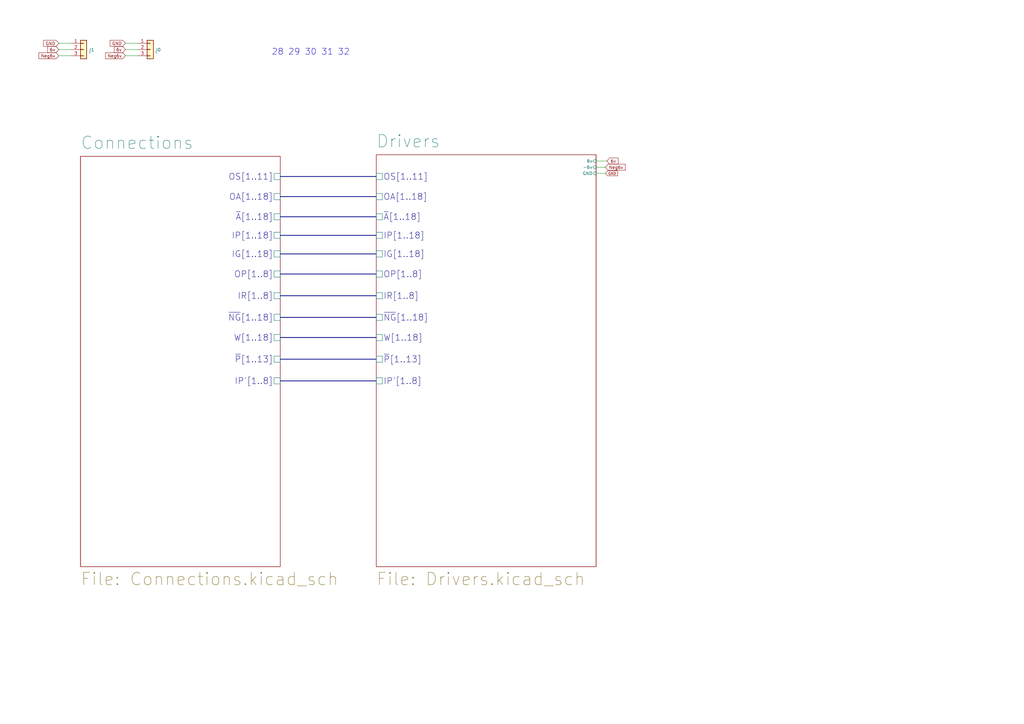
<source format=kicad_sch>
(kicad_sch (version 20211123) (generator eeschema)

  (uuid d7120769-8dfd-44ee-9a8d-d17ebf644b76)

  (paper "A3")

  (title_block
    (title "Backplane 3")
  )

  (lib_symbols
    (symbol "Connector_Generic:Conn_01x03" (pin_names (offset 1.016) hide) (in_bom yes) (on_board yes)
      (property "Reference" "J" (id 0) (at 0 5.08 0)
        (effects (font (size 1.27 1.27)))
      )
      (property "Value" "Conn_01x03" (id 1) (at 0 -5.08 0)
        (effects (font (size 1.27 1.27)))
      )
      (property "Footprint" "" (id 2) (at 0 0 0)
        (effects (font (size 1.27 1.27)) hide)
      )
      (property "Datasheet" "~" (id 3) (at 0 0 0)
        (effects (font (size 1.27 1.27)) hide)
      )
      (property "ki_keywords" "connector" (id 4) (at 0 0 0)
        (effects (font (size 1.27 1.27)) hide)
      )
      (property "ki_description" "Generic connector, single row, 01x03, script generated (kicad-library-utils/schlib/autogen/connector/)" (id 5) (at 0 0 0)
        (effects (font (size 1.27 1.27)) hide)
      )
      (property "ki_fp_filters" "Connector*:*_1x??_*" (id 6) (at 0 0 0)
        (effects (font (size 1.27 1.27)) hide)
      )
      (symbol "Conn_01x03_1_1"
        (rectangle (start -1.27 -2.413) (end 0 -2.667)
          (stroke (width 0.1524) (type default) (color 0 0 0 0))
          (fill (type none))
        )
        (rectangle (start -1.27 0.127) (end 0 -0.127)
          (stroke (width 0.1524) (type default) (color 0 0 0 0))
          (fill (type none))
        )
        (rectangle (start -1.27 2.667) (end 0 2.413)
          (stroke (width 0.1524) (type default) (color 0 0 0 0))
          (fill (type none))
        )
        (rectangle (start -1.27 3.81) (end 1.27 -3.81)
          (stroke (width 0.254) (type default) (color 0 0 0 0))
          (fill (type background))
        )
        (pin passive line (at -5.08 2.54 0) (length 3.81)
          (name "Pin_1" (effects (font (size 1.27 1.27))))
          (number "1" (effects (font (size 1.27 1.27))))
        )
        (pin passive line (at -5.08 0 0) (length 3.81)
          (name "Pin_2" (effects (font (size 1.27 1.27))))
          (number "2" (effects (font (size 1.27 1.27))))
        )
        (pin passive line (at -5.08 -2.54 0) (length 3.81)
          (name "Pin_3" (effects (font (size 1.27 1.27))))
          (number "3" (effects (font (size 1.27 1.27))))
        )
      )
    )
  )


  (bus (pts (xy 154.305 147.32) (xy 114.935 147.32))
    (stroke (width 0) (type default) (color 0 0 0 0))
    (uuid 103bb946-81a4-4a47-93d2-708eec9e5b2f)
  )
  (bus (pts (xy 154.305 96.52) (xy 114.935 96.52))
    (stroke (width 0) (type default) (color 0 0 0 0))
    (uuid 308d1cc6-c4ca-4258-a6f8-038f77d4b74f)
  )
  (bus (pts (xy 154.305 112.395) (xy 114.935 112.395))
    (stroke (width 0) (type default) (color 0 0 0 0))
    (uuid 3c2c7198-bd14-4613-baea-97cfb27128a8)
  )

  (wire (pts (xy 24.13 22.86) (xy 29.21 22.86))
    (stroke (width 0) (type default) (color 0 0 0 0))
    (uuid 3d99c2fa-aab1-48e9-9899-c3cceda14f42)
  )
  (bus (pts (xy 154.305 72.39) (xy 114.935 72.39))
    (stroke (width 0) (type default) (color 0 0 0 0))
    (uuid 445a8576-4d13-436f-95ca-82fa24498af3)
  )
  (bus (pts (xy 154.305 156.21) (xy 114.935 156.21))
    (stroke (width 0) (type default) (color 0 0 0 0))
    (uuid 53cd5020-ace3-458f-b7c1-4ce4bd9330d0)
  )

  (wire (pts (xy 29.21 20.32) (xy 24.13 20.32))
    (stroke (width 0) (type default) (color 0 0 0 0))
    (uuid 6a6e3d3a-eab4-4c8e-81a1-88033ed6ea85)
  )
  (wire (pts (xy 244.475 68.58) (xy 248.285 68.58))
    (stroke (width 0) (type default) (color 0 0 0 0))
    (uuid 6bee3e40-a5ab-4482-8687-b35165841e4c)
  )
  (wire (pts (xy 56.515 20.32) (xy 51.435 20.32))
    (stroke (width 0) (type default) (color 0 0 0 0))
    (uuid 78eeb99c-934b-4daf-bde2-12d1f2be8588)
  )
  (bus (pts (xy 154.305 88.9) (xy 114.935 88.9))
    (stroke (width 0) (type default) (color 0 0 0 0))
    (uuid 7f409300-c7f2-48a4-ac3e-94ca30b3774e)
  )

  (wire (pts (xy 51.435 22.86) (xy 56.515 22.86))
    (stroke (width 0) (type default) (color 0 0 0 0))
    (uuid 85f58a75-159a-4c1e-a454-c58ea4732d57)
  )
  (bus (pts (xy 154.305 80.645) (xy 114.935 80.645))
    (stroke (width 0) (type default) (color 0 0 0 0))
    (uuid 8c28b7a0-f249-4c2f-acb8-19702f0038be)
  )

  (wire (pts (xy 51.435 17.78) (xy 56.515 17.78))
    (stroke (width 0) (type default) (color 0 0 0 0))
    (uuid 9742fd89-d59e-453a-9e47-194123f1df1a)
  )
  (wire (pts (xy 244.475 66.04) (xy 248.92 66.04))
    (stroke (width 0) (type default) (color 0 0 0 0))
    (uuid ae1622fb-568f-4567-8d3c-953df4f1dfa0)
  )
  (wire (pts (xy 248.285 71.12) (xy 244.475 71.12))
    (stroke (width 0) (type default) (color 0 0 0 0))
    (uuid ae7017cd-40d6-447f-81d8-30de935dd942)
  )
  (bus (pts (xy 114.935 121.285) (xy 154.305 121.285))
    (stroke (width 0) (type default) (color 0 0 0 0))
    (uuid ba436c19-92d7-485c-ba01-6c69bab2df08)
  )
  (bus (pts (xy 154.305 130.175) (xy 114.935 130.175))
    (stroke (width 0) (type default) (color 0 0 0 0))
    (uuid da0ceffd-c589-486f-ad22-114791cf315c)
  )

  (wire (pts (xy 24.13 17.78) (xy 29.21 17.78))
    (stroke (width 0) (type default) (color 0 0 0 0))
    (uuid de137b64-1b02-461e-a10c-fcd91042b4fb)
  )
  (bus (pts (xy 114.935 138.43) (xy 154.305 138.43))
    (stroke (width 0) (type default) (color 0 0 0 0))
    (uuid f08ac982-2d6e-463b-92cf-f1195cba2729)
  )
  (bus (pts (xy 114.935 104.14) (xy 154.305 104.14))
    (stroke (width 0) (type default) (color 0 0 0 0))
    (uuid f4acb28b-b0ff-4dab-a9f8-ee452c072307)
  )

  (text "28 29 30 31 32" (at 143.51 22.86 180)
    (effects (font (size 2.54 2.54)) (justify right bottom))
    (uuid 4faa6a45-c693-44e3-a38e-64c39c2b1214)
  )

  (global_label "6v" (shape input) (at 248.92 66.04 0) (fields_autoplaced)
    (effects (font (size 1.27 1.27)) (justify left))
    (uuid 0fda8b80-1132-404d-b056-9da52512195c)
    (property "Intersheet References" "${INTERSHEET_REFS}" (id 0) (at 300.355 86.36 0)
      (effects (font (size 1.27 1.27)) hide)
    )
  )
  (global_label "GND" (shape input) (at 51.435 17.78 180) (fields_autoplaced)
    (effects (font (size 1.27 1.27)) (justify right))
    (uuid 25e97d76-9983-4520-bb9c-910fd440c2ef)
    (property "Intersheet References" "${INTERSHEET_REFS}" (id 0) (at 0 0 0)
      (effects (font (size 1.27 1.27)) hide)
    )
  )
  (global_label "6v" (shape input) (at 51.435 20.32 180) (fields_autoplaced)
    (effects (font (size 1.27 1.27)) (justify right))
    (uuid 3710e0a4-0171-4502-831a-76dbb7f31ef2)
    (property "Intersheet References" "${INTERSHEET_REFS}" (id 0) (at 0 0 0)
      (effects (font (size 1.27 1.27)) hide)
    )
  )
  (global_label "Neg6v" (shape input) (at 24.13 22.86 180) (fields_autoplaced)
    (effects (font (size 1.27 1.27)) (justify right))
    (uuid 440ceef2-f413-4335-b3b6-4db6375e19b2)
    (property "Intersheet References" "${INTERSHEET_REFS}" (id 0) (at 0 0 0)
      (effects (font (size 1.27 1.27)) hide)
    )
  )
  (global_label "GND" (shape input) (at 248.285 71.12 0) (fields_autoplaced)
    (effects (font (size 1.016 1.016)) (justify left))
    (uuid b530680b-2b36-412e-abf5-8b91b3671594)
    (property "Intersheet References" "${INTERSHEET_REFS}" (id 0) (at 0 0 0)
      (effects (font (size 1.27 1.27)) hide)
    )
  )
  (global_label "6v" (shape input) (at 24.13 20.32 180) (fields_autoplaced)
    (effects (font (size 1.27 1.27)) (justify right))
    (uuid cedb9837-91c2-4911-9f17-310886675964)
    (property "Intersheet References" "${INTERSHEET_REFS}" (id 0) (at 0 0 0)
      (effects (font (size 1.27 1.27)) hide)
    )
  )
  (global_label "Neg6v" (shape input) (at 248.285 68.58 0) (fields_autoplaced)
    (effects (font (size 1.27 1.27)) (justify left))
    (uuid dd631c75-c251-4342-800b-deb54ff6b0da)
    (property "Intersheet References" "${INTERSHEET_REFS}" (id 0) (at 299.72 91.44 0)
      (effects (font (size 1.27 1.27)) hide)
    )
  )
  (global_label "Neg6v" (shape input) (at 51.435 22.86 180) (fields_autoplaced)
    (effects (font (size 1.27 1.27)) (justify right))
    (uuid f4d3e6a5-8c91-47e5-b7cf-a912d2b7074c)
    (property "Intersheet References" "${INTERSHEET_REFS}" (id 0) (at 0 0 0)
      (effects (font (size 1.27 1.27)) hide)
    )
  )
  (global_label "GND" (shape input) (at 24.13 17.78 180) (fields_autoplaced)
    (effects (font (size 1.27 1.27)) (justify right))
    (uuid fc2aea18-3606-48b6-b7ab-e8face86d94f)
    (property "Intersheet References" "${INTERSHEET_REFS}" (id 0) (at 0 0 0)
      (effects (font (size 1.27 1.27)) hide)
    )
  )

  (symbol (lib_id "Connector_Generic:Conn_01x03") (at 61.595 20.32 0) (unit 1)
    (in_bom yes) (on_board yes)
    (uuid 00000000-0000-0000-0000-00005cd562cd)
    (property "Reference" "J0" (id 0) (at 63.6016 20.4216 0)
      (effects (font (size 1.27 1.27)) (justify left))
    )
    (property "Value" "~" (id 1) (at 63.627 21.5646 0)
      (effects (font (size 1.27 1.27)) (justify left))
    )
    (property "Footprint" "ELLIOTT:TerminalBlock_5.08_1x03" (id 2) (at 61.595 20.32 0)
      (effects (font (size 1.27 1.27)) hide)
    )
    (property "Datasheet" "~" (id 3) (at 61.595 20.32 0)
      (effects (font (size 1.27 1.27)) hide)
    )
    (pin "1" (uuid 7f61fc7f-7802-4dcb-9e57-42d0356b2385))
    (pin "2" (uuid 890d92d5-7d93-46c6-a477-af3926db45f8))
    (pin "3" (uuid 9a6b267a-9996-47a3-bd50-a8b33bc654f4))
  )

  (symbol (lib_id "Connector_Generic:Conn_01x03") (at 34.29 20.32 0) (unit 1)
    (in_bom yes) (on_board yes)
    (uuid 00000000-0000-0000-0000-00005d97722a)
    (property "Reference" "J1" (id 0) (at 36.2966 20.4216 0)
      (effects (font (size 1.27 1.27)) (justify left))
    )
    (property "Value" "~" (id 1) (at 36.322 21.5646 0)
      (effects (font (size 1.27 1.27)) (justify left))
    )
    (property "Footprint" "ELLIOTT:TerminalBlock_5.08_1x03" (id 2) (at 34.29 20.32 0)
      (effects (font (size 1.27 1.27)) hide)
    )
    (property "Datasheet" "~" (id 3) (at 34.29 20.32 0)
      (effects (font (size 1.27 1.27)) hide)
    )
    (pin "1" (uuid 09d7efac-79f7-4c36-a2c3-ab1836557071))
    (pin "2" (uuid 3aad74f8-7930-4367-9093-8dd8d1135297))
    (pin "3" (uuid 06fd58de-e5f8-4942-992b-05f1931879c4))
  )

  (sheet (at 33.02 64.135) (size 81.915 168.275) (fields_autoplaced)
    (stroke (width 0) (type solid) (color 0 0 0 0))
    (fill (color 0 0 0 0.0000))
    (uuid 00000000-0000-0000-0000-00005f16162d)
    (property "Sheet name" "Connections" (id 0) (at 33.02 61.5184 0)
      (effects (font (size 5.08 5.08)) (justify left bottom))
    )
    (property "Sheet file" "Connections.kicad_sch" (id 1) (at 33.02 234.5186 0)
      (effects (font (size 5.08 5.08)) (justify left top))
    )
    (pin "OA[1..18]" passive (at 114.935 80.645 0)
      (effects (font (size 2.54 2.54)) (justify right))
      (uuid 4d9024b5-ad8f-40aa-99a4-e28c167cbfb1)
    )
    (pin "~{A}[1..18]" passive (at 114.935 88.9 0)
      (effects (font (size 2.54 2.54)) (justify right))
      (uuid 8a3583f5-ff7e-4057-93bc-7678d852d903)
    )
    (pin "OS[1..11]" passive (at 114.935 72.39 0)
      (effects (font (size 2.54 2.54)) (justify right))
      (uuid c60d5832-522d-44eb-b254-725de445d3b0)
    )
    (pin "IP[1..18]" passive (at 114.935 96.52 0)
      (effects (font (size 2.54 2.54)) (justify right))
      (uuid 0fc70716-8a62-4053-af5a-e5432e9f14c6)
    )
    (pin "IG[1..18]" passive (at 114.935 104.14 0)
      (effects (font (size 2.54 2.54)) (justify right))
      (uuid 57424829-d155-4d29-8213-f8e54a358367)
    )
    (pin "IR[1..8]" passive (at 114.935 121.285 0)
      (effects (font (size 2.54 2.54)) (justify right))
      (uuid 14919b4f-4c70-435e-8f27-2ad405c5572b)
    )
    (pin "OP[1..8]" passive (at 114.935 112.395 0)
      (effects (font (size 2.54 2.54)) (justify right))
      (uuid e60bcee3-f56d-4eb5-b183-4c7cc0361e8b)
    )
    (pin "~{NG}[1..18]" passive (at 114.935 130.175 0)
      (effects (font (size 2.54 2.54)) (justify right))
      (uuid 0a9e8c4c-5852-4df6-8706-794ebd2e8099)
    )
    (pin "W[1..18]" passive (at 114.935 138.43 0)
      (effects (font (size 2.54 2.54)) (justify right))
      (uuid 4cfa6b0c-83ba-4379-b4ae-2ea7de10635f)
    )
    (pin "IP'[1..8]" passive (at 114.935 156.21 0)
      (effects (font (size 2.54 2.54)) (justify right))
      (uuid c1cae238-3d55-4e40-90fe-3c50949f55bd)
    )
    (pin "~{P}[1..13]" passive (at 114.935 147.32 0)
      (effects (font (size 2.54 2.54)) (justify right))
      (uuid 32014303-ef77-4109-abce-bdfab03449bd)
    )
  )

  (sheet (at 154.305 63.5) (size 90.17 168.91) (fields_autoplaced)
    (stroke (width 0) (type solid) (color 0 0 0 0))
    (fill (color 0 0 0 0.0000))
    (uuid 00000000-0000-0000-0000-00005f184515)
    (property "Sheet name" "Drivers" (id 0) (at 154.305 60.8834 0)
      (effects (font (size 5.08 5.08)) (justify left bottom))
    )
    (property "Sheet file" "Drivers.kicad_sch" (id 1) (at 154.305 234.5186 0)
      (effects (font (size 5.08 5.08)) (justify left top))
    )
    (pin "OS[1..11]" passive (at 154.305 72.39 180)
      (effects (font (size 2.54 2.54)) (justify left))
      (uuid 3407ef5b-de31-470c-b138-f1e4dcd48fda)
    )
    (pin "-6v" input (at 244.475 68.58 0)
      (effects (font (size 1.27 1.27)) (justify right))
      (uuid fee093b9-e2ff-4ebc-bda3-bfc736cc8aeb)
    )
    (pin "GND" input (at 244.475 71.12 0)
      (effects (font (size 1.27 1.27)) (justify right))
      (uuid 0b01aca7-f6eb-4d65-a48f-b3469cc35126)
    )
    (pin "OA[1..18]" passive (at 154.305 80.645 180)
      (effects (font (size 2.54 2.54)) (justify left))
      (uuid a3ff4c3c-8393-4b8d-b1d2-73d6965e023b)
    )
    (pin "~{A}[1..18]" passive (at 154.305 88.9 180)
      (effects (font (size 2.54 2.54)) (justify left))
      (uuid 97574be1-be22-4981-bb28-a1c4bcf4ec01)
    )
    (pin "IP[1..18]" passive (at 154.305 96.52 180)
      (effects (font (size 2.54 2.54)) (justify left))
      (uuid 1b29a32a-5fe9-490c-b053-a57241ff3b70)
    )
    (pin "IG[1..18]" passive (at 154.305 104.14 180)
      (effects (font (size 2.54 2.54)) (justify left))
      (uuid e0eb23a5-62be-400c-af7b-bdda8108ee01)
    )
    (pin "6v" input (at 244.475 66.04 0)
      (effects (font (size 1.27 1.27)) (justify right))
      (uuid 2d1e76dc-bd75-4feb-9252-97cd5c439bb0)
    )
    (pin "OP[1..8]" passive (at 154.305 112.395 180)
      (effects (font (size 2.54 2.54)) (justify left))
      (uuid 9fa219db-e969-4810-920f-12ab5a299c26)
    )
    (pin "IR[1..8]" passive (at 154.305 121.285 180)
      (effects (font (size 2.54 2.54)) (justify left))
      (uuid 2d1c3a6a-b9d9-44a2-a9b1-afc63e9de182)
    )
    (pin "W[1..18]" passive (at 154.305 138.43 180)
      (effects (font (size 2.54 2.54)) (justify left))
      (uuid 0586bd90-3ad4-4a8f-8b08-d3cbcf5740c4)
    )
    (pin "~{NG}[1..18]" passive (at 154.305 130.175 180)
      (effects (font (size 2.54 2.54)) (justify left))
      (uuid 966e742f-ff98-4fae-855a-b974e6bcfed7)
    )
    (pin "~{P}[1..13]" passive (at 154.305 147.32 180)
      (effects (font (size 2.54 2.54)) (justify left))
      (uuid 48416fec-6986-4ed7-aa1f-10abe420852d)
    )
    (pin "IP'[1..8]" passive (at 154.305 156.21 180)
      (effects (font (size 2.54 2.54)) (justify left))
      (uuid 7fdd02c5-6dc0-4374-a5e4-341f6bb30211)
    )
  )

  (sheet_instances
    (path "/" (page "1"))
    (path "/00000000-0000-0000-0000-00005f16162d" (page "2"))
    (path "/00000000-0000-0000-0000-00005f184515" (page "3"))
  )

  (symbol_instances
    (path "/00000000-0000-0000-0000-00005f16162d/00000000-0000-0000-0000-00005f20f9c1"
      (reference "BP3-BP1-1") (unit 1) (value "~") (footprint "Connector_IDC:IDC-Header_2x10_P2.54mm_Latch_Vertical")
    )
    (path "/00000000-0000-0000-0000-00005f16162d/00000000-0000-0000-0000-00005f20f9b0"
      (reference "BP3-BP1-2") (unit 1) (value "~") (footprint "Connector_IDC:IDC-Header_2x10_P2.54mm_Latch_Vertical")
    )
    (path "/00000000-0000-0000-0000-00005f16162d/00000000-0000-0000-0000-00005f16bb1b"
      (reference "BP3-BP1-6") (unit 1) (value "~") (footprint "Connector_IDC:IDC-Header_2x10_P2.54mm_Latch_Vertical")
    )
    (path "/00000000-0000-0000-0000-00005f16162d/00000000-0000-0000-0000-00005f16bbbc"
      (reference "BP3-BP1-7") (unit 1) (value "~") (footprint "Connector_IDC:IDC-Header_2x10_P2.54mm_Latch_Vertical")
    )
    (path "/00000000-0000-0000-0000-00005f16162d/00000000-0000-0000-0000-00005f1755c6"
      (reference "BP3-BP2-1") (unit 1) (value "~") (footprint "Connector_IDC:IDC-Header_2x10_P2.54mm_Latch_Vertical")
    )
    (path "/00000000-0000-0000-0000-00005f16162d/00000000-0000-0000-0000-00005f1d1fc4"
      (reference "BP3-CNT-1") (unit 1) (value "~") (footprint "Connector_IDC:IDC-Header_2x10_P2.54mm_Latch_Vertical")
    )
    (path "/00000000-0000-0000-0000-00005f16162d/00000000-0000-0000-0000-00005f183dd2"
      (reference "BP3-IO-1") (unit 1) (value "~") (footprint "Connector_IDC:IDC-Header_2x10_P2.54mm_Latch_Vertical")
    )
    (path "/00000000-0000-0000-0000-00005f16162d/00000000-0000-0000-0000-00005f16bb22"
      (reference "BP3-IO-2") (unit 1) (value "~") (footprint "Connector_IDC:IDC-Header_2x10_P2.54mm_Latch_Vertical")
    )
    (path "/00000000-0000-0000-0000-00005f16162d/00000000-0000-0000-0000-00005f16bb40"
      (reference "BP3-IO-3") (unit 1) (value "~") (footprint "Connector_IDC:IDC-Header_2x10_P2.54mm_Latch_Vertical")
    )
    (path "/00000000-0000-0000-0000-00005f16162d/00000000-0000-0000-0000-00005f16bb68"
      (reference "BP3-IO-4") (unit 1) (value "~") (footprint "Connector_IDC:IDC-Header_2x10_P2.54mm_Latch_Vertical")
    )
    (path "/00000000-0000-0000-0000-00005f16162d/00000000-0000-0000-0000-00005f193df3"
      (reference "BP3-IO-5") (unit 1) (value "~") (footprint "Connector_IDC:IDC-Header_2x10_P2.54mm_Latch_Vertical")
    )
    (path "/00000000-0000-0000-0000-00005cd562cd"
      (reference "J0") (unit 1) (value "~") (footprint "ELLIOTT:TerminalBlock_5.08_1x03")
    )
    (path "/00000000-0000-0000-0000-00005d97722a"
      (reference "J1") (unit 1) (value "~") (footprint "ELLIOTT:TerminalBlock_5.08_1x03")
    )
    (path "/00000000-0000-0000-0000-00005f184515/00000000-0000-0000-0000-00005f18e9f4"
      (reference "J28") (unit 1) (value "~") (footprint "ELLIOTT:DIN41612_B_2x32_Vertical")
    )
    (path "/00000000-0000-0000-0000-00005f184515/00000000-0000-0000-0000-00005f18e9ed"
      (reference "J29") (unit 1) (value "~") (footprint "ELLIOTT:DIN41612_B_2x32_Vertical")
    )
    (path "/00000000-0000-0000-0000-00005f184515/00000000-0000-0000-0000-00005f18e9fb"
      (reference "J30") (unit 1) (value "~") (footprint "ELLIOTT:DIN41612_B_2x32_Vertical")
    )
    (path "/00000000-0000-0000-0000-00005f184515/00000000-0000-0000-0000-00005f18ea02"
      (reference "J31") (unit 1) (value "~") (footprint "ELLIOTT:DIN41612_B_2x32_Vertical")
    )
    (path "/00000000-0000-0000-0000-00005f184515/00000000-0000-0000-0000-00005f18ea09"
      (reference "J32") (unit 1) (value "~") (footprint "ELLIOTT:DIN41612_B_2x32_Vertical")
    )
  )
)

</source>
